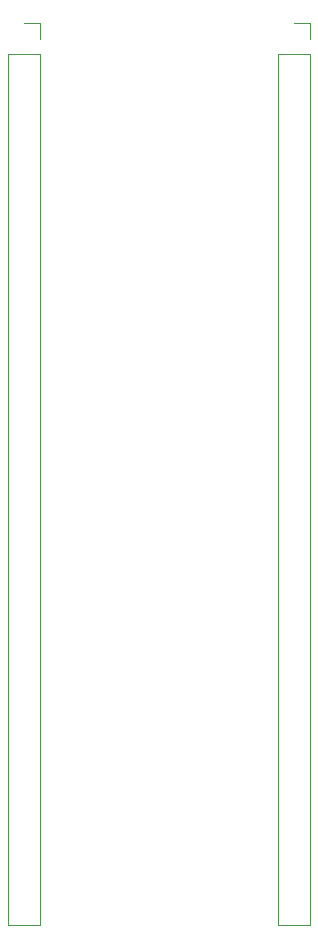
<source format=gbr>
%TF.GenerationSoftware,KiCad,Pcbnew,7.0.6-0*%
%TF.CreationDate,2023-07-25T21:46:34-07:00*%
%TF.ProjectId,84CP02,38344350-3032-42e6-9b69-6361645f7063,rev?*%
%TF.SameCoordinates,Original*%
%TF.FileFunction,Legend,Bot*%
%TF.FilePolarity,Positive*%
%FSLAX46Y46*%
G04 Gerber Fmt 4.6, Leading zero omitted, Abs format (unit mm)*
G04 Created by KiCad (PCBNEW 7.0.6-0) date 2023-07-25 21:46:34*
%MOMM*%
%LPD*%
G01*
G04 APERTURE LIST*
%ADD10C,0.120000*%
G04 APERTURE END LIST*
D10*
%TO.C,J1*%
X136966000Y-131505000D02*
X134306000Y-131505000D01*
X136966000Y-57785000D02*
X136966000Y-131505000D01*
X136966000Y-57785000D02*
X134306000Y-57785000D01*
X136966000Y-56515000D02*
X136966000Y-55185000D01*
X136966000Y-55185000D02*
X135636000Y-55185000D01*
X134306000Y-57785000D02*
X134306000Y-131505000D01*
%TO.C,J2*%
X159826000Y-131505000D02*
X157166000Y-131505000D01*
X159826000Y-57785000D02*
X159826000Y-131505000D01*
X159826000Y-57785000D02*
X157166000Y-57785000D01*
X159826000Y-56515000D02*
X159826000Y-55185000D01*
X159826000Y-55185000D02*
X158496000Y-55185000D01*
X157166000Y-57785000D02*
X157166000Y-131505000D01*
%TD*%
M02*

</source>
